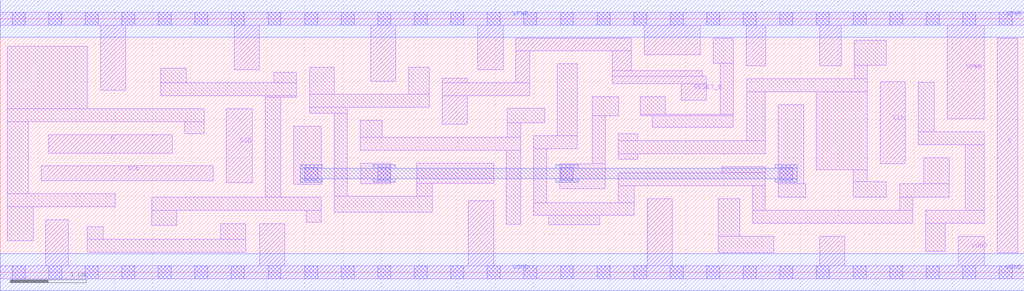
<source format=lef>
# Copyright 2020 The SkyWater PDK Authors
#
# Licensed under the Apache License, Version 2.0 (the "License");
# you may not use this file except in compliance with the License.
# You may obtain a copy of the License at
#
#     https://www.apache.org/licenses/LICENSE-2.0
#
# Unless required by applicable law or agreed to in writing, software
# distributed under the License is distributed on an "AS IS" BASIS,
# WITHOUT WARRANTIES OR CONDITIONS OF ANY KIND, either express or implied.
# See the License for the specific language governing permissions and
# limitations under the License.
#
# SPDX-License-Identifier: Apache-2.0

VERSION 5.7 ;
  NAMESCASESENSITIVE ON ;
  NOWIREEXTENSIONATPIN ON ;
  DIVIDERCHAR "/" ;
  BUSBITCHARS "[]" ;
UNITS
  DATABASE MICRONS 200 ;
END UNITS
MACRO sky130_fd_sc_lp__sdfrtp_ov2
  CLASS CORE ;
  SOURCE USER ;
  FOREIGN sky130_fd_sc_lp__sdfrtp_ov2 ;
  ORIGIN  0.000000  0.000000 ;
  SIZE  13.44000 BY  3.330000 ;
  SYMMETRY X Y ;
  SITE unit ;
  PIN D
    ANTENNAGATEAREA  0.126000 ;
    DIRECTION INPUT ;
    USE SIGNAL ;
    PORT
      LAYER li1 ;
        RECT 0.635000 1.565000 2.255000 1.805000 ;
    END
  END D
  PIN Q
    ANTENNADIFFAREA  0.556500 ;
    DIRECTION OUTPUT ;
    USE SIGNAL ;
    PORT
      LAYER li1 ;
        RECT 13.085000 0.255000 13.355000 3.075000 ;
    END
  END Q
  PIN RESET_B
    ANTENNAGATEAREA  0.378000 ;
    DIRECTION INPUT ;
    USE SIGNAL ;
    PORT
      LAYER li1 ;
        RECT 5.800000 1.940000 6.130000 2.320000 ;
        RECT 5.800000 2.320000 6.950000 2.490000 ;
        RECT 5.800000 2.490000 6.130000 2.545000 ;
        RECT 6.770000 2.490000 6.950000 2.905000 ;
        RECT 6.770000 2.905000 8.285000 3.075000 ;
        RECT 8.035000 2.475000 9.270000 2.570000 ;
        RECT 8.035000 2.570000 9.215000 2.645000 ;
        RECT 8.035000 2.645000 8.285000 2.905000 ;
        RECT 8.940000 2.255000 9.270000 2.475000 ;
    END
  END RESET_B
  PIN SCD
    ANTENNAGATEAREA  0.126000 ;
    DIRECTION INPUT ;
    USE SIGNAL ;
    PORT
      LAYER li1 ;
        RECT 2.965000 1.175000 3.310000 2.145000 ;
    END
  END SCD
  PIN SCE
    ANTENNAGATEAREA  0.285000 ;
    DIRECTION INPUT ;
    USE SIGNAL ;
    PORT
      LAYER li1 ;
        RECT 0.540000 1.200000 2.795000 1.395000 ;
    END
  END SCE
  PIN CLK
    ANTENNAGATEAREA  0.126000 ;
    DIRECTION INPUT ;
    USE CLOCK ;
    PORT
      LAYER li1 ;
        RECT 11.550000 1.425000 11.880000 2.500000 ;
    END
  END CLK
  PIN VGND
    DIRECTION INOUT ;
    USE GROUND ;
    PORT
      LAYER li1 ;
        RECT  0.000000 -0.085000 13.440000 0.085000 ;
        RECT  0.600000  0.085000  0.895000 0.690000 ;
        RECT  3.405000  0.085000  3.735000 0.635000 ;
        RECT  6.145000  0.085000  6.475000 0.940000 ;
        RECT  8.490000  0.085000  8.820000 0.965000 ;
        RECT 10.755000  0.085000 11.085000 0.475000 ;
        RECT 12.575000  0.085000 12.915000 0.475000 ;
      LAYER mcon ;
        RECT  0.155000 -0.085000  0.325000 0.085000 ;
        RECT  0.635000 -0.085000  0.805000 0.085000 ;
        RECT  1.115000 -0.085000  1.285000 0.085000 ;
        RECT  1.595000 -0.085000  1.765000 0.085000 ;
        RECT  2.075000 -0.085000  2.245000 0.085000 ;
        RECT  2.555000 -0.085000  2.725000 0.085000 ;
        RECT  3.035000 -0.085000  3.205000 0.085000 ;
        RECT  3.515000 -0.085000  3.685000 0.085000 ;
        RECT  3.995000 -0.085000  4.165000 0.085000 ;
        RECT  4.475000 -0.085000  4.645000 0.085000 ;
        RECT  4.955000 -0.085000  5.125000 0.085000 ;
        RECT  5.435000 -0.085000  5.605000 0.085000 ;
        RECT  5.915000 -0.085000  6.085000 0.085000 ;
        RECT  6.395000 -0.085000  6.565000 0.085000 ;
        RECT  6.875000 -0.085000  7.045000 0.085000 ;
        RECT  7.355000 -0.085000  7.525000 0.085000 ;
        RECT  7.835000 -0.085000  8.005000 0.085000 ;
        RECT  8.315000 -0.085000  8.485000 0.085000 ;
        RECT  8.795000 -0.085000  8.965000 0.085000 ;
        RECT  9.275000 -0.085000  9.445000 0.085000 ;
        RECT  9.755000 -0.085000  9.925000 0.085000 ;
        RECT 10.235000 -0.085000 10.405000 0.085000 ;
        RECT 10.715000 -0.085000 10.885000 0.085000 ;
        RECT 11.195000 -0.085000 11.365000 0.085000 ;
        RECT 11.675000 -0.085000 11.845000 0.085000 ;
        RECT 12.155000 -0.085000 12.325000 0.085000 ;
        RECT 12.635000 -0.085000 12.805000 0.085000 ;
        RECT 13.115000 -0.085000 13.285000 0.085000 ;
      LAYER met1 ;
        RECT 0.000000 -0.245000 13.440000 0.245000 ;
    END
  END VGND
  PIN VPWR
    DIRECTION INOUT ;
    USE POWER ;
    PORT
      LAYER li1 ;
        RECT  0.000000 3.245000 13.440000 3.415000 ;
        RECT  1.320000 2.390000  1.650000 3.245000 ;
        RECT  3.070000 2.655000  3.400000 3.245000 ;
        RECT  4.865000 2.505000  5.195000 3.245000 ;
        RECT  6.270000 2.660000  6.600000 3.245000 ;
        RECT  8.455000 2.855000  9.190000 3.245000 ;
        RECT  9.790000 2.710000 10.050000 3.245000 ;
        RECT 10.755000 2.710000 11.040000 3.245000 ;
        RECT 12.430000 2.015000 12.915000 3.245000 ;
      LAYER mcon ;
        RECT  0.155000 3.245000  0.325000 3.415000 ;
        RECT  0.635000 3.245000  0.805000 3.415000 ;
        RECT  1.115000 3.245000  1.285000 3.415000 ;
        RECT  1.595000 3.245000  1.765000 3.415000 ;
        RECT  2.075000 3.245000  2.245000 3.415000 ;
        RECT  2.555000 3.245000  2.725000 3.415000 ;
        RECT  3.035000 3.245000  3.205000 3.415000 ;
        RECT  3.515000 3.245000  3.685000 3.415000 ;
        RECT  3.995000 3.245000  4.165000 3.415000 ;
        RECT  4.475000 3.245000  4.645000 3.415000 ;
        RECT  4.955000 3.245000  5.125000 3.415000 ;
        RECT  5.435000 3.245000  5.605000 3.415000 ;
        RECT  5.915000 3.245000  6.085000 3.415000 ;
        RECT  6.395000 3.245000  6.565000 3.415000 ;
        RECT  6.875000 3.245000  7.045000 3.415000 ;
        RECT  7.355000 3.245000  7.525000 3.415000 ;
        RECT  7.835000 3.245000  8.005000 3.415000 ;
        RECT  8.315000 3.245000  8.485000 3.415000 ;
        RECT  8.795000 3.245000  8.965000 3.415000 ;
        RECT  9.275000 3.245000  9.445000 3.415000 ;
        RECT  9.755000 3.245000  9.925000 3.415000 ;
        RECT 10.235000 3.245000 10.405000 3.415000 ;
        RECT 10.715000 3.245000 10.885000 3.415000 ;
        RECT 11.195000 3.245000 11.365000 3.415000 ;
        RECT 11.675000 3.245000 11.845000 3.415000 ;
        RECT 12.155000 3.245000 12.325000 3.415000 ;
        RECT 12.635000 3.245000 12.805000 3.415000 ;
        RECT 13.115000 3.245000 13.285000 3.415000 ;
      LAYER met1 ;
        RECT 0.000000 3.085000 13.440000 3.575000 ;
    END
  END VPWR
  OBS
    LAYER li1 ;
      RECT  0.090000 0.415000  0.430000 0.860000 ;
      RECT  0.090000 0.860000  1.510000 1.030000 ;
      RECT  0.090000 1.030000  0.370000 1.975000 ;
      RECT  0.090000 1.975000  2.675000 2.145000 ;
      RECT  0.090000 2.145000  1.140000 2.965000 ;
      RECT  1.145000 0.265000  3.225000 0.435000 ;
      RECT  1.145000 0.435000  1.355000 0.595000 ;
      RECT  1.990000 0.615000  2.320000 0.815000 ;
      RECT  1.990000 0.815000  4.215000 0.985000 ;
      RECT  2.110000 2.315000  3.885000 2.485000 ;
      RECT  2.110000 2.485000  2.440000 2.680000 ;
      RECT  2.425000 1.815000  2.675000 1.975000 ;
      RECT  2.895000 0.435000  3.225000 0.635000 ;
      RECT  3.480000 0.985000  3.685000 2.295000 ;
      RECT  3.480000 2.295000  3.885000 2.315000 ;
      RECT  3.590000 2.485000  3.885000 2.625000 ;
      RECT  3.855000 1.155000  4.215000 1.915000 ;
      RECT  4.015000 0.655000  4.215000 0.815000 ;
      RECT  4.065000 2.085000  4.555000 2.165000 ;
      RECT  4.065000 2.165000  5.630000 2.335000 ;
      RECT  4.065000 2.335000  4.385000 2.690000 ;
      RECT  4.385000 0.785000  5.670000 0.995000 ;
      RECT  4.385000 0.995000  4.555000 2.085000 ;
      RECT  4.725000 1.600000  6.835000 1.770000 ;
      RECT  4.725000 1.770000  5.015000 1.995000 ;
      RECT  4.735000 1.165000  5.125000 1.430000 ;
      RECT  5.365000 2.335000  5.630000 2.690000 ;
      RECT  5.465000 0.995000  5.670000 1.170000 ;
      RECT  5.465000 1.170000  6.475000 1.430000 ;
      RECT  6.645000 0.630000  6.835000 1.600000 ;
      RECT  6.655000 1.770000  6.835000 1.960000 ;
      RECT  6.655000 1.960000  7.145000 2.150000 ;
      RECT  7.005000 0.745000  8.320000 0.915000 ;
      RECT  7.005000 0.915000  7.175000 1.620000 ;
      RECT  7.005000 1.620000  7.575000 1.790000 ;
      RECT  7.200000 0.625000  7.870000 0.745000 ;
      RECT  7.315000 1.790000  7.575000 2.735000 ;
      RECT  7.345000 1.095000  7.940000 1.425000 ;
      RECT  7.770000 1.425000  7.940000 2.055000 ;
      RECT  7.770000 2.055000  8.120000 2.305000 ;
      RECT  8.110000 0.915000  8.320000 1.135000 ;
      RECT  8.110000 1.135000 10.045000 1.305000 ;
      RECT  8.110000 1.485000  8.370000 1.555000 ;
      RECT  8.110000 1.555000 10.045000 1.725000 ;
      RECT  8.110000 1.725000  8.370000 1.815000 ;
      RECT  8.400000 2.055000  9.620000 2.075000 ;
      RECT  8.400000 2.075000  8.730000 2.305000 ;
      RECT  8.560000 1.905000  9.620000 2.055000 ;
      RECT  9.360000 2.745000  9.620000 3.075000 ;
      RECT  9.425000 0.255000 10.155000 0.475000 ;
      RECT  9.425000 0.475000  9.705000 0.965000 ;
      RECT  9.450000 2.075000  9.620000 2.745000 ;
      RECT  9.480000 1.305000 10.045000 1.385000 ;
      RECT  9.800000 1.725000 10.045000 2.370000 ;
      RECT  9.800000 2.370000 11.380000 2.540000 ;
      RECT  9.875000 0.645000 11.980000 0.815000 ;
      RECT  9.875000 0.815000 10.045000 1.135000 ;
      RECT 10.215000 0.985000 10.575000 1.165000 ;
      RECT 10.215000 1.165000 10.545000 2.200000 ;
      RECT 10.715000 1.345000 11.380000 2.370000 ;
      RECT 11.200000 0.985000 11.630000 1.185000 ;
      RECT 11.200000 1.185000 11.380000 1.345000 ;
      RECT 11.210000 2.540000 11.380000 2.715000 ;
      RECT 11.210000 2.715000 11.630000 3.045000 ;
      RECT 11.810000 0.815000 11.980000 0.985000 ;
      RECT 11.810000 0.985000 12.455000 1.165000 ;
      RECT 12.050000 1.675000 12.915000 1.845000 ;
      RECT 12.050000 1.845000 12.260000 2.495000 ;
      RECT 12.125000 1.165000 12.455000 1.505000 ;
      RECT 12.150000 0.275000 12.405000 0.645000 ;
      RECT 12.150000 0.645000 12.915000 0.815000 ;
      RECT 12.665000 0.815000 12.915000 1.675000 ;
    LAYER mcon ;
      RECT  3.995000 1.210000  4.165000 1.380000 ;
      RECT  4.955000 1.210000  5.125000 1.380000 ;
      RECT  7.355000 1.210000  7.525000 1.380000 ;
      RECT 10.235000 1.210000 10.405000 1.380000 ;
    LAYER met1 ;
      RECT  3.935000 1.180000  4.225000 1.225000 ;
      RECT  3.935000 1.225000 10.465000 1.365000 ;
      RECT  3.935000 1.365000  4.225000 1.410000 ;
      RECT  4.895000 1.180000  5.185000 1.225000 ;
      RECT  4.895000 1.365000  5.185000 1.410000 ;
      RECT  7.295000 1.180000  7.585000 1.225000 ;
      RECT  7.295000 1.365000  7.585000 1.410000 ;
      RECT 10.175000 1.180000 10.465000 1.225000 ;
      RECT 10.175000 1.365000 10.465000 1.410000 ;
  END
END sky130_fd_sc_lp__sdfrtp_ov2

</source>
